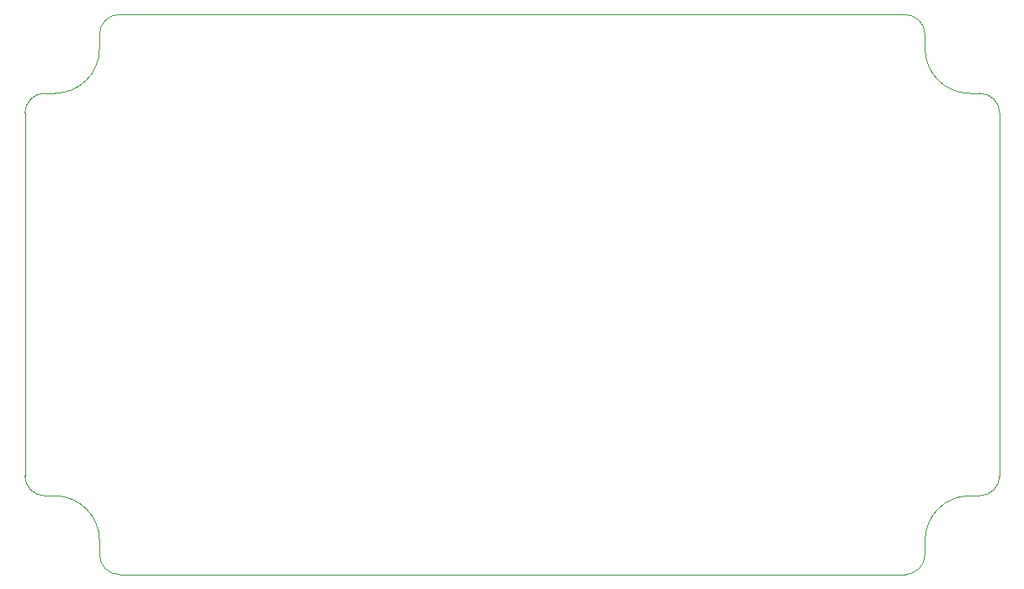
<source format=gm1>
G04 #@! TF.GenerationSoftware,KiCad,Pcbnew,8.0.4*
G04 #@! TF.CreationDate,2024-11-11T15:06:12+01:00*
G04 #@! TF.ProjectId,100008_hw-vern-aqm,31303030-3038-45f6-9877-2d7665726e2d,1.1*
G04 #@! TF.SameCoordinates,Original*
G04 #@! TF.FileFunction,Profile,NP*
%FSLAX46Y46*%
G04 Gerber Fmt 4.6, Leading zero omitted, Abs format (unit mm)*
G04 Created by KiCad (PCBNEW 8.0.4) date 2024-11-11 15:06:12*
%MOMM*%
%LPD*%
G01*
G04 APERTURE LIST*
G04 #@! TA.AperFunction,Profile*
%ADD10C,0.100000*%
G04 #@! TD*
G04 APERTURE END LIST*
D10*
X103000000Y-307920000D02*
X102000000Y-307920000D01*
X103000000Y-348420000D02*
X102000000Y-348420000D01*
X195000000Y-307920000D02*
G75*
G02*
X190500000Y-303420000I0J4500000D01*
G01*
X198000000Y-346420000D02*
G75*
G02*
X196000000Y-348420000I-2000000J0D01*
G01*
X107500000Y-303420000D02*
G75*
G02*
X103000000Y-307920000I-4500000J0D01*
G01*
X109500000Y-356340000D02*
X188500000Y-356340000D01*
X102000000Y-348420000D02*
G75*
G02*
X100000000Y-346420000I0J2000000D01*
G01*
X188500000Y-300000000D02*
G75*
G02*
X190500000Y-302000000I0J-2000000D01*
G01*
X107500000Y-303420000D02*
X107500000Y-302000000D01*
X188500000Y-300000000D02*
X109500000Y-300000000D01*
X195000000Y-307920000D02*
X196000000Y-307920000D01*
X107500000Y-302000000D02*
G75*
G02*
X109500000Y-300000000I2000000J0D01*
G01*
X100000000Y-309920000D02*
G75*
G02*
X102000000Y-307920000I2000000J0D01*
G01*
X195000000Y-348420000D02*
X196000000Y-348420000D01*
X109500000Y-356340000D02*
G75*
G02*
X107500000Y-354340000I0J2000000D01*
G01*
X190500000Y-354340000D02*
G75*
G02*
X188500000Y-356340000I-2000000J0D01*
G01*
X100000000Y-309920000D02*
X100000000Y-346420000D01*
X107500000Y-352920000D02*
X107500000Y-354340000D01*
X190500000Y-352920000D02*
G75*
G02*
X195000000Y-348420000I4500000J0D01*
G01*
X190500000Y-303420000D02*
X190500000Y-302000000D01*
X196000000Y-307920000D02*
G75*
G02*
X198000000Y-309920000I0J-2000000D01*
G01*
X103000000Y-348420000D02*
G75*
G02*
X107500000Y-352920000I0J-4500000D01*
G01*
X198000000Y-346420000D02*
X198000000Y-309920000D01*
X190500000Y-352920000D02*
X190500000Y-354340000D01*
M02*

</source>
